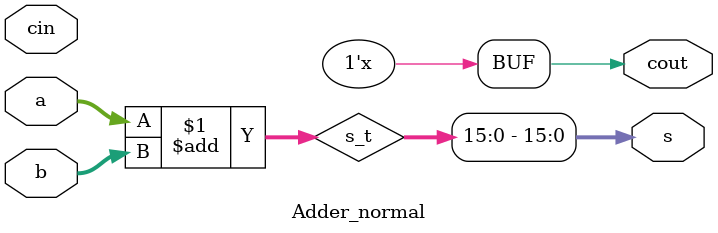
<source format=v>

module Adder_normal(
    a,
    b,
    cin,
    s,
    cout
);
parameter width = 16;

input [width-1:0]a;
input [width-1:0]b;
input cin;

output [width-1:0]s;
output cout;

wire [width : 0]s_t;

assign s_t = a + b;
assign s = s_t[width-1 : 0];
assign cout = s[width];

endmodule
</source>
